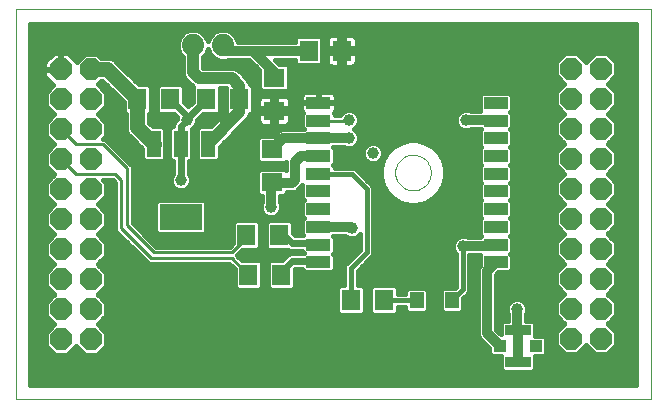
<source format=gtl>
G75*
%MOIN*%
%OFA0B0*%
%FSLAX24Y24*%
%IPPOS*%
%LPD*%
%AMOC8*
5,1,8,0,0,1.08239X$1,22.5*
%
%ADD10C,0.0000*%
%ADD11R,0.0787X0.0394*%
%ADD12R,0.0630X0.0709*%
%ADD13R,0.0709X0.0630*%
%ADD14R,0.0472X0.0551*%
%ADD15OC8,0.0740*%
%ADD16R,0.0866X0.0335*%
%ADD17R,0.0413X0.0394*%
%ADD18C,0.0740*%
%ADD19R,0.0480X0.0880*%
%ADD20R,0.1417X0.0866*%
%ADD21C,0.0160*%
%ADD22C,0.0320*%
%ADD23C,0.0396*%
%ADD24C,0.0240*%
%ADD25C,0.0100*%
%ADD26C,0.0400*%
%ADD27C,0.0500*%
D10*
X004380Y004980D02*
X004380Y017976D01*
X025540Y017976D01*
X025540Y004980D01*
X004380Y004980D01*
X017026Y012535D02*
X017028Y012583D01*
X017034Y012631D01*
X017044Y012678D01*
X017057Y012724D01*
X017075Y012769D01*
X017095Y012813D01*
X017120Y012855D01*
X017148Y012894D01*
X017178Y012931D01*
X017212Y012965D01*
X017249Y012997D01*
X017287Y013026D01*
X017328Y013051D01*
X017371Y013073D01*
X017416Y013091D01*
X017462Y013105D01*
X017509Y013116D01*
X017557Y013123D01*
X017605Y013126D01*
X017653Y013125D01*
X017701Y013120D01*
X017749Y013111D01*
X017795Y013099D01*
X017840Y013082D01*
X017884Y013062D01*
X017926Y013039D01*
X017966Y013012D01*
X018004Y012982D01*
X018039Y012949D01*
X018071Y012913D01*
X018101Y012875D01*
X018127Y012834D01*
X018149Y012791D01*
X018169Y012747D01*
X018184Y012702D01*
X018196Y012655D01*
X018204Y012607D01*
X018208Y012559D01*
X018208Y012511D01*
X018204Y012463D01*
X018196Y012415D01*
X018184Y012368D01*
X018169Y012323D01*
X018149Y012279D01*
X018127Y012236D01*
X018101Y012195D01*
X018071Y012157D01*
X018039Y012121D01*
X018004Y012088D01*
X017966Y012058D01*
X017926Y012031D01*
X017884Y012008D01*
X017840Y011988D01*
X017795Y011971D01*
X017749Y011959D01*
X017701Y011950D01*
X017653Y011945D01*
X017605Y011944D01*
X017557Y011947D01*
X017509Y011954D01*
X017462Y011965D01*
X017416Y011979D01*
X017371Y011997D01*
X017328Y012019D01*
X017287Y012044D01*
X017249Y012073D01*
X017212Y012105D01*
X017178Y012139D01*
X017148Y012176D01*
X017120Y012215D01*
X017095Y012257D01*
X017075Y012301D01*
X017057Y012346D01*
X017044Y012392D01*
X017034Y012439D01*
X017028Y012487D01*
X017026Y012535D01*
D11*
X014467Y012495D03*
X014467Y011905D03*
X014467Y011314D03*
X014467Y010724D03*
X014467Y010133D03*
X014467Y009543D03*
X014467Y013086D03*
X014467Y013676D03*
X014467Y014267D03*
X014467Y014857D03*
X020373Y014857D03*
X020373Y014267D03*
X020373Y013676D03*
X020373Y013086D03*
X020373Y012495D03*
X020373Y011905D03*
X020373Y011314D03*
X020373Y010724D03*
X020373Y010133D03*
X020373Y009543D03*
D12*
X016651Y008280D03*
X015549Y008280D03*
X013231Y009130D03*
X012129Y009130D03*
X012059Y010450D03*
X013161Y010450D03*
X011831Y014980D03*
X010729Y014980D03*
X009531Y014980D03*
X008429Y014980D03*
X014139Y016600D03*
X015241Y016600D03*
D13*
X012990Y015701D03*
X012990Y014599D03*
X012920Y013311D03*
X012920Y012209D03*
D14*
X017739Y008280D03*
X018921Y008280D03*
D15*
X022880Y008000D03*
X023880Y008000D03*
X023880Y007000D03*
X022880Y007000D03*
X022880Y009000D03*
X023880Y009000D03*
X023880Y010000D03*
X022880Y010000D03*
X022880Y011000D03*
X023880Y011000D03*
X023880Y012000D03*
X022880Y012000D03*
X022880Y013000D03*
X023880Y013000D03*
X023880Y014000D03*
X022880Y014000D03*
X022880Y015000D03*
X023880Y015000D03*
X023880Y016000D03*
X022880Y016000D03*
X006880Y015980D03*
X005880Y015980D03*
X005880Y014980D03*
X006880Y014980D03*
X006880Y013980D03*
X005880Y013980D03*
X005880Y012980D03*
X006880Y012980D03*
X006880Y011980D03*
X005880Y011980D03*
X005880Y010980D03*
X006880Y010980D03*
X006880Y009980D03*
X005880Y009980D03*
X005880Y008980D03*
X006880Y008980D03*
X006880Y007980D03*
X005880Y007980D03*
X005880Y006980D03*
X006880Y006980D03*
D16*
X021110Y007291D03*
X021110Y006209D03*
D17*
X020510Y006750D03*
X021710Y006750D03*
D18*
X011280Y016780D03*
X010280Y016780D03*
D19*
X009880Y013500D03*
X008970Y013500D03*
X010790Y013500D03*
D20*
X009880Y011060D03*
D21*
X010729Y011003D02*
X013958Y011003D01*
X013974Y011019D02*
X013934Y010978D01*
X013934Y010469D01*
X013962Y010440D01*
X013688Y010440D01*
X013616Y010512D01*
X013616Y010862D01*
X013534Y010944D01*
X012788Y010944D01*
X012706Y010862D01*
X012706Y010038D01*
X012788Y009956D01*
X013442Y009956D01*
X013528Y009920D01*
X013934Y009920D01*
X013934Y009878D01*
X013972Y009840D01*
X013528Y009840D01*
X013433Y009800D01*
X013257Y009624D01*
X012858Y009624D01*
X012776Y009542D01*
X012776Y008718D01*
X012858Y008636D01*
X013604Y008636D01*
X013686Y008718D01*
X013686Y009318D01*
X013688Y009320D01*
X013934Y009320D01*
X013934Y009288D01*
X014016Y009206D01*
X014919Y009206D01*
X015001Y009288D01*
X015001Y009797D01*
X014961Y009838D01*
X015001Y009878D01*
X015001Y010388D01*
X014965Y010424D01*
X015358Y010424D01*
X015388Y010393D01*
X015513Y010342D01*
X015647Y010342D01*
X015772Y010393D01*
X015860Y010482D01*
X015860Y009971D01*
X015458Y009569D01*
X015329Y009440D01*
X015329Y008774D01*
X015176Y008774D01*
X015094Y008692D01*
X015094Y007868D01*
X015176Y007786D01*
X015922Y007786D01*
X016004Y007868D01*
X016004Y008692D01*
X015922Y008774D01*
X015769Y008774D01*
X015769Y009258D01*
X016300Y009789D01*
X016300Y012071D01*
X016171Y012200D01*
X015671Y012700D01*
X015001Y012700D01*
X015001Y012750D01*
X014961Y012791D01*
X015001Y012831D01*
X015001Y013341D01*
X014965Y013376D01*
X015329Y013376D01*
X015413Y013342D01*
X015547Y013342D01*
X015672Y013393D01*
X015767Y013488D01*
X015818Y013613D01*
X015818Y013747D01*
X015767Y013872D01*
X015672Y013967D01*
X015639Y013980D01*
X015672Y013993D01*
X015767Y014088D01*
X015818Y014213D01*
X015818Y014347D01*
X015767Y014472D01*
X015672Y014567D01*
X015547Y014618D01*
X015413Y014618D01*
X015288Y014567D01*
X015193Y014472D01*
X015187Y014457D01*
X015001Y014457D01*
X015001Y014522D01*
X014989Y014534D01*
X015005Y014550D01*
X015029Y014591D01*
X015041Y014637D01*
X015041Y014839D01*
X014486Y014839D01*
X014486Y014876D01*
X015041Y014876D01*
X015041Y015078D01*
X015029Y015124D01*
X015005Y015165D01*
X014971Y015198D01*
X014930Y015222D01*
X014885Y015234D01*
X014486Y015234D01*
X014486Y014876D01*
X014449Y014876D01*
X014449Y015234D01*
X014050Y015234D01*
X014004Y015222D01*
X013963Y015198D01*
X013930Y015165D01*
X013906Y015124D01*
X012286Y015124D01*
X012286Y014966D02*
X012463Y014966D01*
X012468Y014983D02*
X012456Y014937D01*
X012456Y014676D01*
X012913Y014676D01*
X012913Y015094D01*
X012612Y015094D01*
X012566Y015082D01*
X012525Y015058D01*
X012492Y015024D01*
X012468Y014983D01*
X012456Y014807D02*
X012286Y014807D01*
X012286Y014649D02*
X012913Y014649D01*
X012913Y014676D02*
X012913Y014521D01*
X013067Y014521D01*
X013067Y014104D01*
X013368Y014104D01*
X013414Y014116D01*
X013455Y014140D01*
X013488Y014173D01*
X013934Y014173D01*
X013934Y014015D02*
X011785Y014015D01*
X011944Y014173D02*
X012492Y014173D01*
X012525Y014140D01*
X012566Y014116D01*
X012612Y014104D01*
X012913Y014104D01*
X012913Y014521D01*
X012456Y014521D01*
X012456Y014260D01*
X012468Y014214D01*
X012492Y014173D01*
X012456Y014332D02*
X012102Y014332D01*
X012119Y014349D02*
X012171Y014474D01*
X012171Y014486D01*
X012204Y014486D01*
X012286Y014568D01*
X012286Y015392D01*
X012204Y015474D01*
X012171Y015474D01*
X012171Y015496D01*
X012119Y015621D01*
X011868Y015873D01*
X011773Y015968D01*
X011648Y016020D01*
X010621Y016020D01*
X010620Y016021D01*
X010620Y016399D01*
X010712Y016491D01*
X010780Y016654D01*
X010848Y016491D01*
X010991Y016348D01*
X011179Y016270D01*
X011381Y016270D01*
X011454Y016300D01*
X012156Y016300D01*
X012496Y015960D01*
X012496Y015328D01*
X012578Y015246D01*
X013402Y015246D01*
X013484Y015328D01*
X013484Y016074D01*
X013402Y016156D01*
X013148Y016156D01*
X013004Y016300D01*
X013684Y016300D01*
X013684Y016188D01*
X013766Y016106D01*
X014512Y016106D01*
X014594Y016188D01*
X014594Y017012D01*
X014512Y017094D01*
X013766Y017094D01*
X013684Y017012D01*
X013684Y016900D01*
X011782Y016900D01*
X011712Y017069D01*
X011569Y017212D01*
X011381Y017290D01*
X011179Y017290D01*
X010991Y017212D01*
X010848Y017069D01*
X010780Y016906D01*
X010712Y017069D01*
X010569Y017212D01*
X010381Y017290D01*
X010179Y017290D01*
X009991Y017212D01*
X009848Y017069D01*
X009770Y016881D01*
X009770Y016679D01*
X009848Y016491D01*
X009940Y016399D01*
X009940Y015812D01*
X009992Y015687D01*
X010087Y015592D01*
X010192Y015487D01*
X010280Y015399D01*
X010274Y015392D01*
X010274Y014893D01*
X010130Y014749D01*
X009986Y014893D01*
X009986Y015392D01*
X009904Y015474D01*
X009158Y015474D01*
X009076Y015392D01*
X009076Y014568D01*
X009158Y014486D01*
X009658Y014486D01*
X009758Y014386D01*
X009742Y014347D01*
X009742Y014310D01*
X009660Y014227D01*
X009620Y014132D01*
X009620Y014080D01*
X009582Y014080D01*
X009500Y013998D01*
X009500Y013002D01*
X009582Y012920D01*
X009620Y012920D01*
X009620Y012498D01*
X009593Y012472D01*
X009542Y012347D01*
X009542Y012213D01*
X009593Y012088D01*
X009688Y011993D01*
X009813Y011942D01*
X009947Y011942D01*
X010072Y011993D01*
X010167Y012088D01*
X010218Y012213D01*
X010218Y012347D01*
X010167Y012472D01*
X010140Y012498D01*
X010140Y012920D01*
X010178Y012920D01*
X010260Y013002D01*
X010260Y013989D01*
X010272Y013993D01*
X010367Y014088D01*
X010418Y014213D01*
X010418Y014302D01*
X010602Y014486D01*
X011102Y014486D01*
X011184Y014568D01*
X011184Y015340D01*
X011376Y015340D01*
X011376Y014568D01*
X011377Y014567D01*
X010889Y014080D01*
X010492Y014080D01*
X010410Y013998D01*
X010410Y013002D01*
X010492Y012920D01*
X011088Y012920D01*
X011170Y013002D01*
X011170Y013399D01*
X012119Y014349D01*
X012208Y014490D02*
X012456Y014490D01*
X012913Y014490D02*
X013067Y014490D01*
X013067Y014521D02*
X013067Y014676D01*
X012913Y014676D01*
X012913Y014807D02*
X013067Y014807D01*
X013067Y014676D02*
X013067Y015094D01*
X013368Y015094D01*
X013414Y015082D01*
X013455Y015058D01*
X013488Y015024D01*
X013512Y014983D01*
X013524Y014937D01*
X013524Y014676D01*
X013067Y014676D01*
X013067Y014649D02*
X013894Y014649D01*
X013894Y014637D02*
X013894Y014839D01*
X014449Y014839D01*
X014449Y014876D01*
X013894Y014876D01*
X013894Y015078D01*
X013906Y015124D01*
X013894Y014966D02*
X013517Y014966D01*
X013524Y014807D02*
X013894Y014807D01*
X013894Y014637D02*
X013906Y014591D01*
X013930Y014550D01*
X013946Y014534D01*
X013934Y014522D01*
X013934Y014012D01*
X013969Y013976D01*
X013226Y013976D01*
X013115Y013931D01*
X013031Y013846D01*
X012951Y013766D01*
X012508Y013766D01*
X012426Y013684D01*
X012426Y012938D01*
X012508Y012856D01*
X013332Y012856D01*
X013380Y012904D01*
X013380Y012616D01*
X013332Y012664D01*
X012508Y012664D01*
X012426Y012582D01*
X012426Y011836D01*
X012508Y011754D01*
X012580Y011754D01*
X012580Y011539D01*
X012542Y011447D01*
X012542Y011313D01*
X012593Y011188D01*
X012688Y011093D01*
X012813Y011042D01*
X012947Y011042D01*
X013072Y011093D01*
X013167Y011188D01*
X013218Y011313D01*
X013218Y011447D01*
X013180Y011539D01*
X013180Y011754D01*
X013332Y011754D01*
X013414Y011836D01*
X013414Y011880D01*
X013640Y011880D01*
X013750Y011926D01*
X013834Y012010D01*
X013934Y012109D01*
X013934Y011650D01*
X013974Y011609D01*
X013934Y011569D01*
X013934Y011059D01*
X013974Y011019D01*
X013934Y011162D02*
X013140Y011162D01*
X013218Y011320D02*
X013934Y011320D01*
X013934Y011479D02*
X013205Y011479D01*
X013180Y011637D02*
X013946Y011637D01*
X013934Y011796D02*
X013374Y011796D01*
X013778Y011954D02*
X013934Y011954D01*
X014467Y012495D02*
X014483Y012480D01*
X015580Y012480D01*
X016080Y011980D01*
X016080Y009880D01*
X015549Y009349D01*
X015549Y008280D01*
X015094Y008309D02*
X007273Y008309D01*
X007390Y008191D02*
X007101Y008480D01*
X007390Y008769D01*
X007390Y009191D01*
X007101Y009480D01*
X007390Y009769D01*
X007390Y010191D01*
X007101Y010480D01*
X007390Y010769D01*
X007390Y011191D01*
X007101Y011480D01*
X007390Y011769D01*
X007390Y012191D01*
X007291Y012290D01*
X007601Y012290D01*
X007690Y012201D01*
X007690Y010601D01*
X008801Y009490D01*
X011500Y009490D01*
X011674Y009316D01*
X011674Y008718D01*
X011756Y008636D01*
X012502Y008636D01*
X012584Y008718D01*
X012584Y009542D01*
X012502Y009624D01*
X011903Y009624D01*
X011769Y009759D01*
X011748Y009779D01*
X011924Y009956D01*
X012432Y009956D01*
X012514Y010038D01*
X012514Y010862D01*
X012432Y010944D01*
X011686Y010944D01*
X011604Y010862D01*
X011604Y010173D01*
X011501Y010070D01*
X009059Y010070D01*
X008270Y010859D01*
X008270Y012759D01*
X008159Y012870D01*
X007359Y013670D01*
X007291Y013670D01*
X007390Y013769D01*
X007390Y014191D01*
X007101Y014480D01*
X007390Y014769D01*
X007390Y015191D01*
X007101Y015480D01*
X007211Y015590D01*
X007267Y015590D01*
X007974Y014883D01*
X007974Y014568D01*
X008039Y014503D01*
X008039Y013964D01*
X008098Y013820D01*
X008208Y013711D01*
X008590Y013328D01*
X008590Y013002D01*
X008672Y012920D01*
X009268Y012920D01*
X009350Y013002D01*
X009350Y013398D01*
X009360Y013422D01*
X009360Y013578D01*
X009350Y013602D01*
X009350Y013998D01*
X009268Y014080D01*
X008942Y014080D01*
X008819Y014203D01*
X008819Y014503D01*
X008884Y014568D01*
X008884Y015392D01*
X008802Y015474D01*
X008486Y015474D01*
X007759Y016201D01*
X007650Y016311D01*
X007506Y016370D01*
X007211Y016370D01*
X007091Y016490D01*
X006669Y016490D01*
X006408Y016230D01*
X006108Y016530D01*
X005900Y016530D01*
X005900Y016000D01*
X005860Y016000D01*
X005860Y016530D01*
X005652Y016530D01*
X005330Y016208D01*
X005330Y016000D01*
X005860Y016000D01*
X005860Y015960D01*
X005330Y015960D01*
X005330Y015752D01*
X005630Y015452D01*
X005370Y015191D01*
X005370Y014769D01*
X005659Y014480D01*
X005370Y014191D01*
X005370Y013769D01*
X005659Y013480D01*
X005370Y013191D01*
X005370Y012769D01*
X005659Y012480D01*
X005370Y012191D01*
X005370Y011769D01*
X005659Y011480D01*
X005370Y011191D01*
X005370Y010769D01*
X005659Y010480D01*
X005370Y010191D01*
X005370Y009769D01*
X005659Y009480D01*
X005370Y009191D01*
X005370Y008769D01*
X005659Y008480D01*
X005370Y008191D01*
X005370Y007769D01*
X005659Y007480D01*
X005370Y007191D01*
X005370Y006769D01*
X005669Y006470D01*
X006091Y006470D01*
X006380Y006759D01*
X006669Y006470D01*
X007091Y006470D01*
X007390Y006769D01*
X007390Y007191D01*
X007101Y007480D01*
X007390Y007769D01*
X007390Y008191D01*
X007390Y008150D02*
X015094Y008150D01*
X015094Y007992D02*
X007390Y007992D01*
X007390Y007833D02*
X015129Y007833D01*
X015094Y008467D02*
X007114Y008467D01*
X007247Y008626D02*
X015094Y008626D01*
X015329Y008784D02*
X013686Y008784D01*
X013686Y008943D02*
X015329Y008943D01*
X015329Y009101D02*
X013686Y009101D01*
X013686Y009260D02*
X013962Y009260D01*
X013367Y009735D02*
X011793Y009735D01*
X011862Y009894D02*
X013934Y009894D01*
X013934Y010528D02*
X013616Y010528D01*
X013616Y010686D02*
X013934Y010686D01*
X013934Y010845D02*
X013616Y010845D01*
X012706Y010845D02*
X012514Y010845D01*
X012514Y010686D02*
X012706Y010686D01*
X012706Y010528D02*
X012514Y010528D01*
X012514Y010369D02*
X012706Y010369D01*
X012706Y010211D02*
X012514Y010211D01*
X012514Y010052D02*
X012706Y010052D01*
X012810Y009577D02*
X012550Y009577D01*
X012584Y009418D02*
X012776Y009418D01*
X012776Y009260D02*
X012584Y009260D01*
X012584Y009101D02*
X012776Y009101D01*
X012776Y008943D02*
X012584Y008943D01*
X012584Y008784D02*
X012776Y008784D01*
X011674Y008784D02*
X007390Y008784D01*
X007390Y008943D02*
X011674Y008943D01*
X011674Y009101D02*
X007390Y009101D01*
X007322Y009260D02*
X011674Y009260D01*
X011572Y009418D02*
X007163Y009418D01*
X007198Y009577D02*
X008715Y009577D01*
X008556Y009735D02*
X007356Y009735D01*
X007390Y009894D02*
X008398Y009894D01*
X008239Y010052D02*
X007390Y010052D01*
X007371Y010211D02*
X008081Y010211D01*
X007922Y010369D02*
X007212Y010369D01*
X007149Y010528D02*
X007764Y010528D01*
X007690Y010686D02*
X007307Y010686D01*
X007390Y010845D02*
X007690Y010845D01*
X007690Y011003D02*
X007390Y011003D01*
X007390Y011162D02*
X007690Y011162D01*
X007690Y011320D02*
X007261Y011320D01*
X007103Y011479D02*
X007690Y011479D01*
X007690Y011637D02*
X007258Y011637D01*
X007390Y011796D02*
X007690Y011796D01*
X007690Y011954D02*
X007390Y011954D01*
X007390Y012113D02*
X007690Y012113D01*
X007620Y012271D02*
X007310Y012271D01*
X008124Y012905D02*
X009620Y012905D01*
X009620Y012747D02*
X008270Y012747D01*
X008270Y012588D02*
X009620Y012588D01*
X009576Y012430D02*
X008270Y012430D01*
X008270Y012271D02*
X009542Y012271D01*
X009583Y012113D02*
X008270Y012113D01*
X008270Y011954D02*
X009783Y011954D01*
X009977Y011954D02*
X012426Y011954D01*
X012426Y012113D02*
X010177Y012113D01*
X010218Y012271D02*
X012426Y012271D01*
X012426Y012430D02*
X010184Y012430D01*
X010140Y012588D02*
X012432Y012588D01*
X012459Y012905D02*
X010140Y012905D01*
X010140Y012747D02*
X013380Y012747D01*
X012426Y013064D02*
X011170Y013064D01*
X011170Y013222D02*
X012426Y013222D01*
X012426Y013381D02*
X011170Y013381D01*
X011310Y013539D02*
X012426Y013539D01*
X012439Y013698D02*
X011468Y013698D01*
X011627Y013856D02*
X013041Y013856D01*
X013031Y013846D02*
X013031Y013846D01*
X013067Y014173D02*
X012913Y014173D01*
X012913Y014332D02*
X013067Y014332D01*
X013067Y014521D02*
X013524Y014521D01*
X013524Y014260D01*
X013512Y014214D01*
X013488Y014173D01*
X013524Y014332D02*
X013934Y014332D01*
X013934Y014490D02*
X013524Y014490D01*
X013067Y014966D02*
X012913Y014966D01*
X012541Y015283D02*
X012286Y015283D01*
X012237Y015441D02*
X012496Y015441D01*
X012496Y015600D02*
X012128Y015600D01*
X011983Y015758D02*
X012496Y015758D01*
X012496Y015917D02*
X011824Y015917D01*
X012222Y016234D02*
X010620Y016234D01*
X010620Y016392D02*
X010947Y016392D01*
X010823Y016551D02*
X010737Y016551D01*
X010730Y017026D02*
X010830Y017026D01*
X010963Y017185D02*
X010597Y017185D01*
X009963Y017185D02*
X004860Y017185D01*
X004860Y017343D02*
X025060Y017343D01*
X025060Y017496D02*
X004860Y017496D01*
X004860Y005460D01*
X025060Y005460D01*
X025060Y017496D01*
X025060Y017185D02*
X011597Y017185D01*
X011730Y017026D02*
X013698Y017026D01*
X014580Y017026D02*
X014760Y017026D01*
X014758Y017024D02*
X014746Y016978D01*
X014746Y016677D01*
X015164Y016677D01*
X015164Y016523D01*
X014746Y016523D01*
X014746Y016222D01*
X014758Y016176D01*
X014782Y016135D01*
X014816Y016102D01*
X014857Y016078D01*
X014903Y016066D01*
X015164Y016066D01*
X015164Y016523D01*
X015319Y016523D01*
X015319Y016677D01*
X015736Y016677D01*
X015736Y016978D01*
X015724Y017024D01*
X015700Y017065D01*
X015667Y017098D01*
X015626Y017122D01*
X015580Y017134D01*
X015319Y017134D01*
X015319Y016677D01*
X015164Y016677D01*
X015164Y017134D01*
X014903Y017134D01*
X014857Y017122D01*
X014816Y017098D01*
X014782Y017065D01*
X014758Y017024D01*
X014746Y016868D02*
X014594Y016868D01*
X014594Y016709D02*
X014746Y016709D01*
X014594Y016551D02*
X015164Y016551D01*
X015319Y016551D02*
X025060Y016551D01*
X025060Y016709D02*
X015736Y016709D01*
X015736Y016868D02*
X025060Y016868D01*
X025060Y017026D02*
X015723Y017026D01*
X015319Y017026D02*
X015164Y017026D01*
X015164Y016868D02*
X015319Y016868D01*
X015319Y016709D02*
X015164Y016709D01*
X015319Y016523D02*
X015736Y016523D01*
X015736Y016222D01*
X015724Y016176D01*
X015700Y016135D01*
X015667Y016102D01*
X015626Y016078D01*
X015580Y016066D01*
X015319Y016066D01*
X015319Y016523D01*
X015319Y016392D02*
X015164Y016392D01*
X015164Y016234D02*
X015319Y016234D01*
X015319Y016075D02*
X015164Y016075D01*
X014868Y016075D02*
X013483Y016075D01*
X013484Y015917D02*
X022370Y015917D01*
X022370Y015789D02*
X022659Y015500D01*
X022370Y015211D01*
X022370Y014789D01*
X022659Y014500D01*
X022370Y014211D01*
X022370Y013789D01*
X022659Y013500D01*
X022370Y013211D01*
X022370Y012789D01*
X022659Y012500D01*
X022370Y012211D01*
X022370Y011789D01*
X022659Y011500D01*
X022370Y011211D01*
X022370Y010789D01*
X022659Y010500D01*
X022370Y010211D01*
X022370Y009789D01*
X022659Y009500D01*
X022370Y009211D01*
X022370Y008789D01*
X022659Y008500D01*
X022370Y008211D01*
X022370Y007789D01*
X022659Y007500D01*
X022370Y007211D01*
X022370Y006789D01*
X022669Y006490D01*
X023091Y006490D01*
X023380Y006779D01*
X023669Y006490D01*
X024091Y006490D01*
X024390Y006789D01*
X024390Y007211D01*
X024101Y007500D01*
X024390Y007789D01*
X024390Y008211D01*
X024101Y008500D01*
X024390Y008789D01*
X024390Y009211D01*
X024101Y009500D01*
X024390Y009789D01*
X024390Y010211D01*
X024101Y010500D01*
X024390Y010789D01*
X024390Y011211D01*
X024101Y011500D01*
X024390Y011789D01*
X024390Y012211D01*
X024101Y012500D01*
X024390Y012789D01*
X024390Y013211D01*
X024101Y013500D01*
X024390Y013789D01*
X024390Y014211D01*
X024101Y014500D01*
X024390Y014789D01*
X024390Y015211D01*
X024101Y015500D01*
X024390Y015789D01*
X024390Y016211D01*
X024091Y016510D01*
X023669Y016510D01*
X023380Y016221D01*
X023091Y016510D01*
X022669Y016510D01*
X022370Y016211D01*
X022370Y015789D01*
X022401Y015758D02*
X013484Y015758D01*
X013484Y015600D02*
X022559Y015600D01*
X022600Y015441D02*
X013484Y015441D01*
X013439Y015283D02*
X022441Y015283D01*
X022370Y015124D02*
X020895Y015124D01*
X020906Y015112D02*
X020824Y015194D01*
X019921Y015194D01*
X019839Y015112D01*
X019839Y014603D01*
X019862Y014580D01*
X019539Y014580D01*
X019447Y014618D01*
X019313Y014618D01*
X019188Y014567D01*
X019093Y014472D01*
X019042Y014347D01*
X019042Y014213D01*
X019093Y014088D01*
X019188Y013993D01*
X019313Y013942D01*
X019447Y013942D01*
X019539Y013980D01*
X019871Y013980D01*
X019879Y013972D01*
X019839Y013931D01*
X019839Y013422D01*
X019879Y013381D01*
X018285Y013381D01*
X018274Y013391D02*
X018030Y013532D01*
X017758Y013605D01*
X017476Y013605D01*
X017204Y013532D01*
X016960Y013391D01*
X016760Y013192D01*
X016619Y012948D01*
X016546Y012676D01*
X016546Y012394D01*
X016619Y012121D01*
X016760Y011877D01*
X016960Y011678D01*
X017204Y011537D01*
X017476Y011464D01*
X017758Y011464D01*
X018030Y011537D01*
X018274Y011678D01*
X018474Y011877D01*
X018614Y012121D01*
X018687Y012394D01*
X018687Y012676D01*
X018614Y012948D01*
X018474Y013192D01*
X018274Y013391D01*
X018443Y013222D02*
X019839Y013222D01*
X019839Y013341D02*
X019839Y012831D01*
X019879Y012791D01*
X019839Y012750D01*
X019839Y012240D01*
X019879Y012200D01*
X019839Y012160D01*
X019839Y011650D01*
X019879Y011609D01*
X019839Y011569D01*
X019839Y011059D01*
X019879Y011019D01*
X019839Y010978D01*
X019839Y010469D01*
X019879Y010428D01*
X019839Y010388D01*
X019839Y010380D01*
X019439Y010380D01*
X019347Y010418D01*
X019213Y010418D01*
X019088Y010367D01*
X018993Y010272D01*
X018942Y010147D01*
X018942Y010013D01*
X018993Y009888D01*
X019060Y009822D01*
X019060Y008731D01*
X019025Y008696D01*
X018626Y008696D01*
X018544Y008614D01*
X018544Y007946D01*
X018626Y007864D01*
X019215Y007864D01*
X019297Y007946D01*
X019297Y008345D01*
X019371Y008419D01*
X019500Y008548D01*
X019500Y009780D01*
X019839Y009780D01*
X019839Y009433D01*
X019826Y009420D01*
X019780Y009309D01*
X019780Y007120D01*
X019826Y007010D01*
X020163Y006673D01*
X020163Y006495D01*
X020245Y006413D01*
X020537Y006413D01*
X020537Y005983D01*
X020619Y005901D01*
X021601Y005901D01*
X021683Y005983D01*
X021683Y006413D01*
X021975Y006413D01*
X022057Y006495D01*
X022057Y007005D01*
X021975Y007087D01*
X021683Y007087D01*
X021683Y007517D01*
X021601Y007599D01*
X021380Y007599D01*
X021380Y007821D01*
X021418Y007913D01*
X021418Y008047D01*
X021367Y008172D01*
X021272Y008267D01*
X021147Y008318D01*
X021013Y008318D01*
X020888Y008267D01*
X020793Y008172D01*
X020742Y008047D01*
X020742Y007913D01*
X020780Y007821D01*
X020780Y007599D01*
X020619Y007599D01*
X020537Y007517D01*
X020537Y007147D01*
X020380Y007304D01*
X020380Y009125D01*
X020460Y009206D01*
X020824Y009206D01*
X020906Y009288D01*
X020906Y009797D01*
X020866Y009838D01*
X020906Y009878D01*
X020906Y010388D01*
X020866Y010428D01*
X020906Y010469D01*
X020906Y010978D01*
X020866Y011019D01*
X020906Y011059D01*
X020906Y011569D01*
X020866Y011609D01*
X020906Y011650D01*
X020906Y012160D01*
X020866Y012200D01*
X020906Y012240D01*
X020906Y012750D01*
X020866Y012791D01*
X020906Y012831D01*
X020906Y013341D01*
X020866Y013381D01*
X020906Y013422D01*
X020906Y013931D01*
X020866Y013972D01*
X020906Y014012D01*
X020906Y014522D01*
X020866Y014562D01*
X020906Y014603D01*
X020906Y015112D01*
X020906Y014966D02*
X022370Y014966D01*
X022370Y014807D02*
X020906Y014807D01*
X020906Y014649D02*
X022510Y014649D01*
X022649Y014490D02*
X020906Y014490D01*
X020906Y014332D02*
X022490Y014332D01*
X022370Y014173D02*
X020906Y014173D01*
X020906Y014015D02*
X022370Y014015D01*
X022370Y013856D02*
X020906Y013856D01*
X020906Y013698D02*
X022461Y013698D01*
X022620Y013539D02*
X020906Y013539D01*
X020867Y013381D02*
X022539Y013381D01*
X022381Y013222D02*
X020906Y013222D01*
X020906Y013064D02*
X022370Y013064D01*
X022370Y012905D02*
X020906Y012905D01*
X020906Y012747D02*
X022412Y012747D01*
X022571Y012588D02*
X020906Y012588D01*
X020906Y012430D02*
X022588Y012430D01*
X022430Y012271D02*
X020906Y012271D01*
X020906Y012113D02*
X022370Y012113D01*
X022370Y011954D02*
X020906Y011954D01*
X020906Y011796D02*
X022370Y011796D01*
X022522Y011637D02*
X020894Y011637D01*
X020906Y011479D02*
X022637Y011479D01*
X022479Y011320D02*
X020906Y011320D01*
X020906Y011162D02*
X022370Y011162D01*
X022370Y011003D02*
X020882Y011003D01*
X020906Y010845D02*
X022370Y010845D01*
X022473Y010686D02*
X020906Y010686D01*
X020906Y010528D02*
X022631Y010528D01*
X022528Y010369D02*
X020906Y010369D01*
X020906Y010211D02*
X022370Y010211D01*
X022370Y010052D02*
X020906Y010052D01*
X020906Y009894D02*
X022370Y009894D01*
X022424Y009735D02*
X020906Y009735D01*
X020906Y009577D02*
X022582Y009577D01*
X022577Y009418D02*
X020906Y009418D01*
X020878Y009260D02*
X022418Y009260D01*
X022370Y009101D02*
X020380Y009101D01*
X020380Y008943D02*
X022370Y008943D01*
X022375Y008784D02*
X020380Y008784D01*
X020380Y008626D02*
X022533Y008626D01*
X022626Y008467D02*
X020380Y008467D01*
X020380Y008309D02*
X020990Y008309D01*
X021170Y008309D02*
X022467Y008309D01*
X022370Y008150D02*
X021376Y008150D01*
X021418Y007992D02*
X022370Y007992D01*
X022370Y007833D02*
X021385Y007833D01*
X021380Y007675D02*
X022484Y007675D01*
X022643Y007516D02*
X021683Y007516D01*
X021683Y007358D02*
X022516Y007358D01*
X022370Y007199D02*
X021683Y007199D01*
X022021Y007041D02*
X022370Y007041D01*
X022370Y006882D02*
X022057Y006882D01*
X022057Y006724D02*
X022435Y006724D01*
X022594Y006565D02*
X022057Y006565D01*
X021683Y006407D02*
X025060Y006407D01*
X025060Y006565D02*
X024166Y006565D01*
X024325Y006724D02*
X025060Y006724D01*
X025060Y006882D02*
X024390Y006882D01*
X024390Y007041D02*
X025060Y007041D01*
X025060Y007199D02*
X024390Y007199D01*
X024244Y007358D02*
X025060Y007358D01*
X025060Y007516D02*
X024117Y007516D01*
X024276Y007675D02*
X025060Y007675D01*
X025060Y007833D02*
X024390Y007833D01*
X024390Y007992D02*
X025060Y007992D01*
X025060Y008150D02*
X024390Y008150D01*
X024293Y008309D02*
X025060Y008309D01*
X025060Y008467D02*
X024134Y008467D01*
X024227Y008626D02*
X025060Y008626D01*
X025060Y008784D02*
X024385Y008784D01*
X024390Y008943D02*
X025060Y008943D01*
X025060Y009101D02*
X024390Y009101D01*
X024342Y009260D02*
X025060Y009260D01*
X025060Y009418D02*
X024183Y009418D01*
X024178Y009577D02*
X025060Y009577D01*
X025060Y009735D02*
X024336Y009735D01*
X024390Y009894D02*
X025060Y009894D01*
X025060Y010052D02*
X024390Y010052D01*
X024390Y010211D02*
X025060Y010211D01*
X025060Y010369D02*
X024232Y010369D01*
X024129Y010528D02*
X025060Y010528D01*
X025060Y010686D02*
X024287Y010686D01*
X024390Y010845D02*
X025060Y010845D01*
X025060Y011003D02*
X024390Y011003D01*
X024390Y011162D02*
X025060Y011162D01*
X025060Y011320D02*
X024281Y011320D01*
X024123Y011479D02*
X025060Y011479D01*
X025060Y011637D02*
X024238Y011637D01*
X024390Y011796D02*
X025060Y011796D01*
X025060Y011954D02*
X024390Y011954D01*
X024390Y012113D02*
X025060Y012113D01*
X025060Y012271D02*
X024330Y012271D01*
X024172Y012430D02*
X025060Y012430D01*
X025060Y012588D02*
X024189Y012588D01*
X024348Y012747D02*
X025060Y012747D01*
X025060Y012905D02*
X024390Y012905D01*
X024390Y013064D02*
X025060Y013064D01*
X025060Y013222D02*
X024379Y013222D01*
X024221Y013381D02*
X025060Y013381D01*
X025060Y013539D02*
X024140Y013539D01*
X024299Y013698D02*
X025060Y013698D01*
X025060Y013856D02*
X024390Y013856D01*
X024390Y014015D02*
X025060Y014015D01*
X025060Y014173D02*
X024390Y014173D01*
X024270Y014332D02*
X025060Y014332D01*
X025060Y014490D02*
X024111Y014490D01*
X024250Y014649D02*
X025060Y014649D01*
X025060Y014807D02*
X024390Y014807D01*
X024390Y014966D02*
X025060Y014966D01*
X025060Y015124D02*
X024390Y015124D01*
X024319Y015283D02*
X025060Y015283D01*
X025060Y015441D02*
X024160Y015441D01*
X024201Y015600D02*
X025060Y015600D01*
X025060Y015758D02*
X024359Y015758D01*
X024390Y015917D02*
X025060Y015917D01*
X025060Y016075D02*
X024390Y016075D01*
X024368Y016234D02*
X025060Y016234D01*
X025060Y016392D02*
X024209Y016392D01*
X023551Y016392D02*
X023209Y016392D01*
X023368Y016234D02*
X023392Y016234D01*
X022551Y016392D02*
X015736Y016392D01*
X015736Y016234D02*
X022392Y016234D01*
X022370Y016075D02*
X015615Y016075D01*
X014746Y016234D02*
X014594Y016234D01*
X014594Y016392D02*
X014746Y016392D01*
X013684Y016234D02*
X013071Y016234D01*
X012381Y016075D02*
X010620Y016075D01*
X009940Y016075D02*
X007885Y016075D01*
X007727Y016234D02*
X009940Y016234D01*
X009940Y016392D02*
X007189Y016392D01*
X006571Y016392D02*
X006246Y016392D01*
X006404Y016234D02*
X006412Y016234D01*
X005900Y016234D02*
X005860Y016234D01*
X005860Y016392D02*
X005900Y016392D01*
X005900Y016075D02*
X005860Y016075D01*
X005514Y016392D02*
X004860Y016392D01*
X004860Y016234D02*
X005356Y016234D01*
X005330Y016075D02*
X004860Y016075D01*
X004860Y015917D02*
X005330Y015917D01*
X005330Y015758D02*
X004860Y015758D01*
X004860Y015600D02*
X005483Y015600D01*
X005620Y015441D02*
X004860Y015441D01*
X004860Y015283D02*
X005461Y015283D01*
X005370Y015124D02*
X004860Y015124D01*
X004860Y014966D02*
X005370Y014966D01*
X005370Y014807D02*
X004860Y014807D01*
X004860Y014649D02*
X005490Y014649D01*
X005649Y014490D02*
X004860Y014490D01*
X004860Y014332D02*
X005510Y014332D01*
X005370Y014173D02*
X004860Y014173D01*
X004860Y014015D02*
X005370Y014015D01*
X005370Y013856D02*
X004860Y013856D01*
X004860Y013698D02*
X005441Y013698D01*
X005600Y013539D02*
X004860Y013539D01*
X004860Y013381D02*
X005559Y013381D01*
X005401Y013222D02*
X004860Y013222D01*
X004860Y013064D02*
X005370Y013064D01*
X005370Y012905D02*
X004860Y012905D01*
X004860Y012747D02*
X005392Y012747D01*
X005551Y012588D02*
X004860Y012588D01*
X004860Y012430D02*
X005608Y012430D01*
X005450Y012271D02*
X004860Y012271D01*
X004860Y012113D02*
X005370Y012113D01*
X005370Y011954D02*
X004860Y011954D01*
X004860Y011796D02*
X005370Y011796D01*
X005502Y011637D02*
X004860Y011637D01*
X004860Y011479D02*
X005657Y011479D01*
X005499Y011320D02*
X004860Y011320D01*
X004860Y011162D02*
X005370Y011162D01*
X005370Y011003D02*
X004860Y011003D01*
X004860Y010845D02*
X005370Y010845D01*
X005453Y010686D02*
X004860Y010686D01*
X004860Y010528D02*
X005611Y010528D01*
X005548Y010369D02*
X004860Y010369D01*
X004860Y010211D02*
X005389Y010211D01*
X005370Y010052D02*
X004860Y010052D01*
X004860Y009894D02*
X005370Y009894D01*
X005404Y009735D02*
X004860Y009735D01*
X004860Y009577D02*
X005562Y009577D01*
X005597Y009418D02*
X004860Y009418D01*
X004860Y009260D02*
X005438Y009260D01*
X005370Y009101D02*
X004860Y009101D01*
X004860Y008943D02*
X005370Y008943D01*
X005370Y008784D02*
X004860Y008784D01*
X004860Y008626D02*
X005513Y008626D01*
X005646Y008467D02*
X004860Y008467D01*
X004860Y008309D02*
X005487Y008309D01*
X005370Y008150D02*
X004860Y008150D01*
X004860Y007992D02*
X005370Y007992D01*
X005370Y007833D02*
X004860Y007833D01*
X004860Y007675D02*
X005464Y007675D01*
X005623Y007516D02*
X004860Y007516D01*
X004860Y007358D02*
X005536Y007358D01*
X005378Y007199D02*
X004860Y007199D01*
X004860Y007041D02*
X005370Y007041D01*
X005370Y006882D02*
X004860Y006882D01*
X004860Y006724D02*
X005415Y006724D01*
X005574Y006565D02*
X004860Y006565D01*
X004860Y006407D02*
X020537Y006407D01*
X020537Y006248D02*
X004860Y006248D01*
X004860Y006090D02*
X020537Y006090D01*
X020589Y005931D02*
X004860Y005931D01*
X004860Y005773D02*
X025060Y005773D01*
X025060Y005931D02*
X021631Y005931D01*
X021683Y006090D02*
X025060Y006090D01*
X025060Y006248D02*
X021683Y006248D01*
X020537Y007199D02*
X020485Y007199D01*
X020537Y007358D02*
X020380Y007358D01*
X020380Y007516D02*
X020537Y007516D01*
X020380Y007675D02*
X020780Y007675D01*
X020775Y007833D02*
X020380Y007833D01*
X020380Y007992D02*
X020742Y007992D01*
X020784Y008150D02*
X020380Y008150D01*
X019780Y008150D02*
X019297Y008150D01*
X019297Y007992D02*
X019780Y007992D01*
X019780Y007833D02*
X017071Y007833D01*
X017106Y007868D02*
X017024Y007786D01*
X016278Y007786D01*
X016196Y007868D01*
X016196Y008692D01*
X016278Y008774D01*
X017024Y008774D01*
X017106Y008692D01*
X017106Y008500D01*
X017363Y008500D01*
X017363Y008614D01*
X017445Y008696D01*
X018034Y008696D01*
X018116Y008614D01*
X018116Y007946D01*
X018034Y007864D01*
X017445Y007864D01*
X017363Y007946D01*
X017363Y008060D01*
X017106Y008060D01*
X017106Y007868D01*
X017106Y007992D02*
X017363Y007992D01*
X017739Y008280D02*
X016651Y008280D01*
X016196Y008309D02*
X016004Y008309D01*
X016004Y008467D02*
X016196Y008467D01*
X016196Y008626D02*
X016004Y008626D01*
X015769Y008784D02*
X019060Y008784D01*
X019060Y008943D02*
X015769Y008943D01*
X015769Y009101D02*
X019060Y009101D01*
X019060Y009260D02*
X015771Y009260D01*
X015929Y009418D02*
X019060Y009418D01*
X019060Y009577D02*
X016088Y009577D01*
X016246Y009735D02*
X019060Y009735D01*
X018991Y009894D02*
X016300Y009894D01*
X016300Y010052D02*
X018942Y010052D01*
X018968Y010211D02*
X016300Y010211D01*
X016300Y010369D02*
X019094Y010369D01*
X019280Y010080D02*
X019280Y008639D01*
X018921Y008280D01*
X019297Y008309D02*
X019780Y008309D01*
X019780Y008467D02*
X019419Y008467D01*
X019500Y008626D02*
X019780Y008626D01*
X019780Y008784D02*
X019500Y008784D01*
X019500Y008943D02*
X019780Y008943D01*
X019780Y009101D02*
X019500Y009101D01*
X019500Y009260D02*
X019780Y009260D01*
X019825Y009418D02*
X019500Y009418D01*
X019500Y009577D02*
X019839Y009577D01*
X019839Y009735D02*
X019500Y009735D01*
X019839Y010528D02*
X016300Y010528D01*
X016300Y010686D02*
X019839Y010686D01*
X019839Y010845D02*
X016300Y010845D01*
X016300Y011003D02*
X019864Y011003D01*
X019839Y011162D02*
X016300Y011162D01*
X016300Y011320D02*
X019839Y011320D01*
X019839Y011479D02*
X017812Y011479D01*
X017422Y011479D02*
X016300Y011479D01*
X016300Y011637D02*
X017030Y011637D01*
X016842Y011796D02*
X016300Y011796D01*
X016300Y011954D02*
X016716Y011954D01*
X016624Y012113D02*
X016259Y012113D01*
X016100Y012271D02*
X016579Y012271D01*
X016546Y012430D02*
X015942Y012430D01*
X015783Y012588D02*
X016546Y012588D01*
X016565Y012747D02*
X015001Y012747D01*
X015001Y012905D02*
X016077Y012905D01*
X016088Y012893D02*
X016213Y012842D01*
X016347Y012842D01*
X016472Y012893D01*
X016567Y012988D01*
X016618Y013113D01*
X016618Y013247D01*
X016567Y013372D01*
X016472Y013467D01*
X016347Y013518D01*
X016213Y013518D01*
X016088Y013467D01*
X015993Y013372D01*
X015942Y013247D01*
X015942Y013113D01*
X015993Y012988D01*
X016088Y012893D01*
X015962Y013064D02*
X015001Y013064D01*
X015001Y013222D02*
X015942Y013222D01*
X016002Y013381D02*
X015640Y013381D01*
X015788Y013539D02*
X017229Y013539D01*
X016949Y013381D02*
X016558Y013381D01*
X016618Y013222D02*
X016790Y013222D01*
X016686Y013064D02*
X016598Y013064D01*
X016608Y012905D02*
X016483Y012905D01*
X015818Y013698D02*
X019839Y013698D01*
X019839Y013856D02*
X015773Y013856D01*
X015693Y014015D02*
X019167Y014015D01*
X019058Y014173D02*
X015802Y014173D01*
X015818Y014332D02*
X019042Y014332D01*
X019112Y014490D02*
X015748Y014490D01*
X015212Y014490D02*
X015001Y014490D01*
X015041Y014649D02*
X019839Y014649D01*
X019839Y014807D02*
X015041Y014807D01*
X015041Y014966D02*
X019839Y014966D01*
X019851Y015124D02*
X015029Y015124D01*
X014486Y015124D02*
X014449Y015124D01*
X014449Y014966D02*
X014486Y014966D01*
X011376Y014966D02*
X011184Y014966D01*
X011184Y015124D02*
X011376Y015124D01*
X011376Y015283D02*
X011184Y015283D01*
X011184Y014807D02*
X011376Y014807D01*
X011376Y014649D02*
X011184Y014649D01*
X011106Y014490D02*
X011299Y014490D01*
X011141Y014332D02*
X010448Y014332D01*
X010402Y014173D02*
X010982Y014173D01*
X010427Y014015D02*
X010293Y014015D01*
X010260Y013856D02*
X010410Y013856D01*
X010410Y013698D02*
X010260Y013698D01*
X010260Y013539D02*
X010410Y013539D01*
X010410Y013381D02*
X010260Y013381D01*
X010260Y013222D02*
X010410Y013222D01*
X010410Y013064D02*
X010260Y013064D01*
X009500Y013064D02*
X009350Y013064D01*
X009350Y013222D02*
X009500Y013222D01*
X009500Y013381D02*
X009350Y013381D01*
X009360Y013539D02*
X009500Y013539D01*
X009500Y013698D02*
X009350Y013698D01*
X009350Y013856D02*
X009500Y013856D01*
X009517Y014015D02*
X009333Y014015D01*
X009637Y014173D02*
X008849Y014173D01*
X008819Y014332D02*
X009742Y014332D01*
X010072Y014807D02*
X010188Y014807D01*
X010274Y014966D02*
X009986Y014966D01*
X009986Y015124D02*
X010274Y015124D01*
X010274Y015283D02*
X009986Y015283D01*
X009937Y015441D02*
X010238Y015441D01*
X010080Y015600D02*
X008361Y015600D01*
X008202Y015758D02*
X009963Y015758D01*
X009940Y015917D02*
X008044Y015917D01*
X007416Y015441D02*
X007140Y015441D01*
X007299Y015283D02*
X007575Y015283D01*
X007733Y015124D02*
X007390Y015124D01*
X007390Y014966D02*
X007892Y014966D01*
X007974Y014807D02*
X007390Y014807D01*
X007270Y014649D02*
X007974Y014649D01*
X008039Y014490D02*
X007111Y014490D01*
X007250Y014332D02*
X008039Y014332D01*
X008039Y014173D02*
X007390Y014173D01*
X007390Y014015D02*
X008039Y014015D01*
X008083Y013856D02*
X007390Y013856D01*
X007319Y013698D02*
X008221Y013698D01*
X008379Y013539D02*
X007490Y013539D01*
X007648Y013381D02*
X008538Y013381D01*
X008590Y013222D02*
X007807Y013222D01*
X007965Y013064D02*
X008590Y013064D01*
X008270Y011796D02*
X012466Y011796D01*
X012580Y011637D02*
X008270Y011637D01*
X008270Y011479D02*
X009031Y011479D01*
X009031Y011551D02*
X009113Y011633D01*
X010647Y011633D01*
X010729Y011551D01*
X010729Y010569D01*
X010647Y010487D01*
X009113Y010487D01*
X009031Y010569D01*
X009031Y011551D01*
X009031Y011320D02*
X008270Y011320D01*
X008270Y011162D02*
X009031Y011162D01*
X009031Y011003D02*
X008270Y011003D01*
X008284Y010845D02*
X009031Y010845D01*
X009031Y010686D02*
X008443Y010686D01*
X008601Y010528D02*
X009073Y010528D01*
X008760Y010369D02*
X011604Y010369D01*
X011604Y010211D02*
X008918Y010211D01*
X010687Y010528D02*
X011604Y010528D01*
X011604Y010686D02*
X010729Y010686D01*
X010729Y010845D02*
X011604Y010845D01*
X010729Y011162D02*
X012620Y011162D01*
X012542Y011320D02*
X010729Y011320D01*
X010729Y011479D02*
X012555Y011479D01*
X015001Y010369D02*
X015447Y010369D01*
X015713Y010369D02*
X015860Y010369D01*
X015860Y010211D02*
X015001Y010211D01*
X015001Y010052D02*
X015860Y010052D01*
X015782Y009894D02*
X015001Y009894D01*
X015001Y009735D02*
X015624Y009735D01*
X015465Y009577D02*
X015001Y009577D01*
X015001Y009418D02*
X015329Y009418D01*
X015329Y009260D02*
X014973Y009260D01*
X016004Y008150D02*
X016196Y008150D01*
X016196Y007992D02*
X016004Y007992D01*
X015969Y007833D02*
X016231Y007833D01*
X017106Y008626D02*
X017375Y008626D01*
X018104Y008626D02*
X018556Y008626D01*
X018544Y008467D02*
X018116Y008467D01*
X018116Y008309D02*
X018544Y008309D01*
X018544Y008150D02*
X018116Y008150D01*
X018116Y007992D02*
X018544Y007992D01*
X019780Y007675D02*
X007296Y007675D01*
X007137Y007516D02*
X019780Y007516D01*
X019780Y007358D02*
X007224Y007358D01*
X007382Y007199D02*
X019780Y007199D01*
X019813Y007041D02*
X007390Y007041D01*
X007390Y006882D02*
X019954Y006882D01*
X020112Y006724D02*
X007345Y006724D01*
X007186Y006565D02*
X020163Y006565D01*
X023166Y006565D02*
X023594Y006565D01*
X023435Y006724D02*
X023325Y006724D01*
X025060Y005614D02*
X004860Y005614D01*
X006186Y006565D02*
X006574Y006565D01*
X006415Y006724D02*
X006345Y006724D01*
X008819Y014490D02*
X009154Y014490D01*
X009076Y014649D02*
X008884Y014649D01*
X008884Y014807D02*
X009076Y014807D01*
X009076Y014966D02*
X008884Y014966D01*
X008884Y015124D02*
X009076Y015124D01*
X009076Y015283D02*
X008884Y015283D01*
X008835Y015441D02*
X009125Y015441D01*
X009823Y016551D02*
X004860Y016551D01*
X004860Y016709D02*
X009770Y016709D01*
X009770Y016868D02*
X004860Y016868D01*
X004860Y017026D02*
X009830Y017026D01*
X018005Y013539D02*
X019839Y013539D01*
X019879Y013381D02*
X019839Y013341D01*
X019839Y013064D02*
X018548Y013064D01*
X018626Y012905D02*
X019839Y012905D01*
X019839Y012747D02*
X018668Y012747D01*
X018687Y012588D02*
X019839Y012588D01*
X019839Y012430D02*
X018687Y012430D01*
X018655Y012271D02*
X019839Y012271D01*
X019839Y012113D02*
X018609Y012113D01*
X018518Y011954D02*
X019839Y011954D01*
X019839Y011796D02*
X018392Y011796D01*
X018203Y011637D02*
X019852Y011637D01*
D22*
X020373Y010133D02*
X020320Y010080D01*
X019280Y010080D01*
X020080Y009250D02*
X020080Y007180D01*
X020510Y006750D01*
X020510Y006750D01*
X021080Y007321D02*
X021080Y007980D01*
X021080Y007321D02*
X021110Y007291D01*
X021110Y006209D01*
X020080Y009250D02*
X020373Y009543D01*
X015580Y010680D02*
X015536Y010724D01*
X014467Y010724D01*
X012880Y011380D02*
X012880Y012169D01*
X012920Y012209D01*
X012949Y012180D01*
X013580Y012180D01*
X013680Y012280D01*
X013680Y012880D01*
X013886Y013086D01*
X014467Y013086D01*
X014467Y013676D02*
X015476Y013676D01*
X015480Y013680D01*
X014467Y013676D02*
X013285Y013676D01*
X012920Y013311D01*
X012990Y015701D02*
X012990Y015890D01*
X012280Y016600D01*
X011460Y016600D01*
X011280Y016780D01*
X012280Y016600D02*
X014139Y016600D01*
X019380Y014280D02*
X020360Y014280D01*
X020373Y014267D01*
D23*
X019380Y014280D03*
X016280Y013180D03*
X015480Y013680D03*
X015480Y014280D03*
X012880Y011380D03*
X015580Y010680D03*
X019280Y010080D03*
X021080Y007980D03*
X010080Y014280D03*
X009880Y012280D03*
D24*
X009880Y013500D01*
X009880Y014080D01*
X010080Y014280D01*
X010080Y014431D01*
X010180Y014431D01*
X010729Y014980D01*
X010080Y014431D02*
X009531Y014980D01*
X013161Y010450D02*
X013310Y010450D01*
X013580Y010180D01*
X014420Y010180D01*
X014467Y010133D01*
X014430Y009580D02*
X013580Y009580D01*
X013231Y009231D01*
X013231Y009130D01*
X014430Y009580D02*
X014467Y009543D01*
D25*
X012129Y009130D02*
X011579Y009680D01*
X008880Y009680D01*
X007880Y010680D01*
X007880Y012280D01*
X007680Y012480D01*
X006380Y012480D01*
X005880Y012980D01*
X006380Y013480D02*
X007280Y013480D01*
X008080Y012680D01*
X008080Y010780D01*
X008980Y009880D01*
X011580Y009880D01*
X012059Y010359D01*
X012059Y010450D01*
X014467Y014267D02*
X015467Y014267D01*
X015480Y014280D01*
X006380Y013480D02*
X005880Y013980D01*
D26*
X010280Y015880D02*
X010280Y016780D01*
X010280Y015880D02*
X010480Y015680D01*
X011580Y015680D01*
X011831Y015429D01*
X011831Y014980D01*
X011831Y014541D01*
X010790Y013500D01*
D27*
X008970Y013500D02*
X008429Y014041D01*
X008429Y014980D01*
X007429Y015980D01*
X006880Y015980D01*
M02*

</source>
